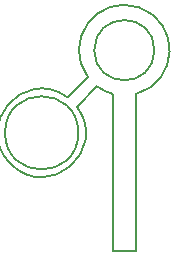
<source format=gbr>
G04 #@! TF.GenerationSoftware,KiCad,Pcbnew,(6.0.2)*
G04 #@! TF.CreationDate,2023-02-06T21:03:41-08:00*
G04 #@! TF.ProjectId,EWL_FlexPC,45574c5f-466c-4657-9850-432e6b696361,rev?*
G04 #@! TF.SameCoordinates,Original*
G04 #@! TF.FileFunction,Profile,NP*
%FSLAX46Y46*%
G04 Gerber Fmt 4.6, Leading zero omitted, Abs format (unit mm)*
G04 Created by KiCad (PCBNEW (6.0.2)) date 2023-02-06 21:03:41*
%MOMM*%
%LPD*%
G01*
G04 APERTURE LIST*
G04 #@! TA.AperFunction,Profile*
%ADD10C,0.150000*%
G04 #@! TD*
G04 APERTURE END LIST*
D10*
X47713529Y-33076043D02*
G75*
G03*
X49000001Y-33699999I2286464J3076029D01*
G01*
X45199999Y-34000001D02*
G75*
G03*
X45999999Y-34800001I-2199999J-2999999D01*
G01*
X49000000Y-47000000D02*
X51000000Y-47000000D01*
X46921924Y-32283734D02*
X45200000Y-34000000D01*
X49000000Y-47000000D02*
X49000000Y-33700000D01*
X47713529Y-33076043D02*
X45999999Y-34800001D01*
X51000000Y-47000000D02*
X51000000Y-33700000D01*
X52547600Y-30000000D02*
G75*
G03*
X52547600Y-30000000I-2547600J0D01*
G01*
X50999999Y-33700000D02*
G75*
G03*
X46921924Y-32283734I-999999J3700000D01*
G01*
X46101612Y-37000000D02*
G75*
G03*
X46101612Y-37000000I-3101612J0D01*
G01*
M02*

</source>
